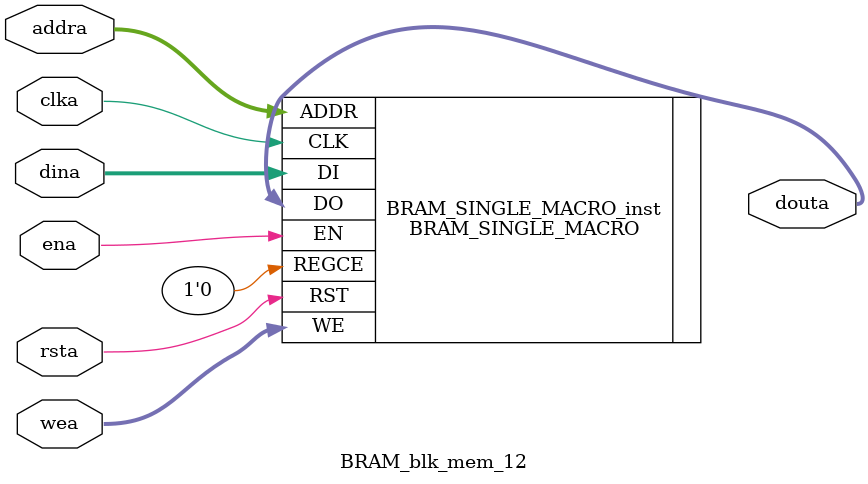
<source format=v>
`timescale 1ns/1ps

module BRAM_blk_mem_12 (
  clka,
  ena,
  wea,
  addra,
  dina,
  douta,
  rsta
);


input wire clka;

input wire ena;

input wire rsta;

input wire [1 : 0] wea;

input wire [9 : 0] addra;

input wire [15 : 0] dina;

output wire [15 : 0] douta;


// BRAM_SINGLE_MACRO : In order to incorporate this function into the design,
//   Verilog   : the following instance declaration needs to be placed
//  instance   : in the body of the design code.  The instance name
// declaration : (BRAM_SINGLE_MACRO_inst) and/or the port declarations within the
//    code     : parenthesis may be changed to properly reference and
//             : connect this function to the design.  All inputs
//             : and outputs must be connected.

//  <-----Cut code below this line---->

   // BRAM_SINGLE_MACRO: Single Port RAM
   //                    Artix-7
   // Xilinx HDL Language Template, version 2016.4
   
   /////////////////////////////////////////////////////////////////////
   //  READ_WIDTH | BRAM_SIZE | READ Depth  | ADDR Width |            //
   // WRITE_WIDTH |           | WRITE Depth |            |  WE Width  //
   // ============|===========|=============|============|============//
   //    37-72    |  "36Kb"   |      512    |    9-bit   |    8-bit   //
   //    19-36    |  "36Kb"   |     1024    |   10-bit   |    4-bit   //
   //    19-36    |  "18Kb"   |      512    |    9-bit   |    4-bit   //
   //    10-18    |  "36Kb"   |     2048    |   11-bit   |    2-bit   //
   //    10-18    |  "18Kb"   |     1024    |   10-bit   |    2-bit   //
   //     5-9     |  "36Kb"   |     4096    |   12-bit   |    1-bit   //
   //     5-9     |  "18Kb"   |     2048    |   11-bit   |    1-bit   //
   //     3-4     |  "36Kb"   |     8192    |   13-bit   |    1-bit   //
   //     3-4     |  "18Kb"   |     4096    |   12-bit   |    1-bit   //
   //       2     |  "36Kb"   |    16384    |   14-bit   |    1-bit   //
   //       2     |  "18Kb"   |     8192    |   13-bit   |    1-bit   //
   //       1     |  "36Kb"   |    32768    |   15-bit   |    1-bit   //
   //       1     |  "18Kb"   |    16384    |   14-bit   |    1-bit   //
   /////////////////////////////////////////////////////////////////////

   BRAM_SINGLE_MACRO #(
      .BRAM_SIZE("18Kb"), // Target BRAM, "18Kb" or "36Kb" 
      .DEVICE("7SERIES"), // Target Device: "7SERIES" 
      .DO_REG(0), // Optional output register (0 or 1)
      .INIT(36'h000000000), // Initial values on output port
      .INIT_FILE ("weight_12.mem"),
      .WRITE_WIDTH(16), // Valid values are 1-72 (37-72 only valid when BRAM_SIZE="36Kb")
      .READ_WIDTH(16),  // Valid values are 1-72 (37-72 only valid when BRAM_SIZE="36Kb")
      .SRVAL(36'h000000000), // Set/Reset value for port output
      .WRITE_MODE("WRITE_FIRST"), // "WRITE_FIRST", "READ_FIRST", or "NO_CHANGE" 
      .INIT_00(256'h0000000000000000000000000000000000000000000000000000000000000000),
      .INIT_01(256'h0000000000000000000000000000000000000000000000000000000000000000),
      .INIT_02(256'h0000000000000000000000000000000000000000000000000000000000000000),
      .INIT_03(256'h0000000000000000000000000000000000000000000000000000000000000000),
      .INIT_04(256'h0000000000000000000000000000000000000000000000000000000000000000),
      .INIT_05(256'h0000000000000000000000000000000000000000000000000000000000000000),
      .INIT_06(256'h0000000000000000000000000000000000000000000000000000000000000000),
      .INIT_07(256'h0000000000000000000000000000000000000000000000000000000000000000),
      .INIT_08(256'h0000000000000000000000000000000000000000000000000000000000000000),
      .INIT_09(256'h0000000000000000000000000000000000000000000000000000000000000000),
      .INIT_0A(256'h0000000000000000000000000000000000000000000000000000000000000000),
      .INIT_0B(256'h0000000000000000000000000000000000000000000000000000000000000000),
      .INIT_0C(256'h0000000000000000000000000000000000000000000000000000000000000000),
      .INIT_0D(256'h0000000000000000000000000000000000000000000000000000000000000000),
      .INIT_0E(256'h0000000000000000000000000000000000000000000000000000000000000000),
      .INIT_0F(256'h0000000000000000000000000000000000000000000000000000000000000000),
      .INIT_10(256'h0000000000000000000000000000000000000000000000000000000000000000),
      .INIT_11(256'h0000000000000000000000000000000000000000000000000000000000000000),
      .INIT_12(256'h0000000000000000000000000000000000000000000000000000000000000000),
      .INIT_13(256'h0000000000000000000000000000000000000000000000000000000000000000),
      .INIT_14(256'h0000000000000000000000000000000000000000000000000000000000000000),
      .INIT_15(256'h0000000000000000000000000000000000000000000000000000000000000000),
      .INIT_16(256'h0000000000000000000000000000000000000000000000000000000000000000),
      .INIT_17(256'h0000000000000000000000000000000000000000000000000000000000000000),
      .INIT_18(256'h0000000000000000000000000000000000000000000000000000000000000000),
      .INIT_19(256'h0000000000000000000000000000000000000000000000000000000000000000),
      .INIT_1A(256'h0000000000000000000000000000000000000000000000000000000000000000),
      .INIT_1B(256'h0000000000000000000000000000000000000000000000000000000000000000),
      .INIT_1C(256'h0000000000000000000000000000000000000000000000000000000000000000),
      .INIT_1D(256'h0000000000000000000000000000000000000000000000000000000000000000),
      .INIT_1E(256'h0000000000000000000000000000000000000000000000000000000000000000),
      .INIT_1F(256'h0000000000000000000000000000000000000000000000000000000000000000),
      .INIT_20(256'h0000000000000000000000000000000000000000000000000000000000000000),
      .INIT_21(256'h0000000000000000000000000000000000000000000000000000000000000000),
      .INIT_22(256'h0000000000000000000000000000000000000000000000000000000000000000),
      .INIT_23(256'h0000000000000000000000000000000000000000000000000000000000000000),
      .INIT_24(256'h0000000000000000000000000000000000000000000000000000000000000000),
      .INIT_25(256'h0000000000000000000000000000000000000000000000000000000000000000),
      .INIT_26(256'h0000000000000000000000000000000000000000000000000000000000000000),
      .INIT_27(256'h0000000000000000000000000000000000000000000000000000000000000000),
      .INIT_28(256'h0000000000000000000000000000000000000000000000000000000000000000),
      .INIT_29(256'h0000000000000000000000000000000000000000000000000000000000000000),
      .INIT_2A(256'h0000000000000000000000000000000000000000000000000000000000000000),
      .INIT_2B(256'h0000000000000000000000000000000000000000000000000000000000000000),
      .INIT_2C(256'h0000000000000000000000000000000000000000000000000000000000000000),
      .INIT_2D(256'h0000000000000000000000000000000000000000000000000000000000000000),
      .INIT_2E(256'h0000000000000000000000000000000000000000000000000000000000000000),
      .INIT_2F(256'h0000000000000000000000000000000000000000000000000000000000000000),
      .INIT_30(256'h0000000000000000000000000000000000000000000000000000000000000000),
      .INIT_31(256'h0000000000000000000000000000000000000000000000000000000000000000),
      .INIT_32(256'h0000000000000000000000000000000000000000000000000000000000000000),
      .INIT_33(256'h0000000000000000000000000000000000000000000000000000000000000000),
      .INIT_34(256'h0000000000000000000000000000000000000000000000000000000000000000),
      .INIT_35(256'h0000000000000000000000000000000000000000000000000000000000000000),
      .INIT_36(256'h0000000000000000000000000000000000000000000000000000000000000000),
      .INIT_37(256'h0000000000000000000000000000000000000000000000000000000000000000),
      .INIT_38(256'h0000000000000000000000000000000000000000000000000000000000000000),
      .INIT_39(256'h0000000000000000000000000000000000000000000000000000000000000000),
      .INIT_3A(256'h0000000000000000000000000000000000000000000000000000000000000000),
      .INIT_3B(256'h0000000000000000000000000000000000000000000000000000000000000000),
      .INIT_3C(256'h0000000000000000000000000000000000000000000000000000000000000000),
      .INIT_3D(256'h0000000000000000000000000000000000000000000000000000000000000000),
      .INIT_3E(256'h0000000000000000000000000000000000000000000000000000000000000000),
      .INIT_3F(256'h0000000000000000000000000000000000000000000000000000000000000000),
      
      // The next set of INIT_xx are valid when configured as 36Kb
      .INIT_40(256'h0000000000000000000000000000000000000000000000000000000000000000),
      .INIT_41(256'h0000000000000000000000000000000000000000000000000000000000000000),
      .INIT_42(256'h0000000000000000000000000000000000000000000000000000000000000000),
      .INIT_43(256'h0000000000000000000000000000000000000000000000000000000000000000),
      .INIT_44(256'h0000000000000000000000000000000000000000000000000000000000000000),
      .INIT_45(256'h0000000000000000000000000000000000000000000000000000000000000000),
      .INIT_46(256'h0000000000000000000000000000000000000000000000000000000000000000),
      .INIT_47(256'h0000000000000000000000000000000000000000000000000000000000000000),
      .INIT_48(256'h0000000000000000000000000000000000000000000000000000000000000000),
      .INIT_49(256'h0000000000000000000000000000000000000000000000000000000000000000),
      .INIT_4A(256'h0000000000000000000000000000000000000000000000000000000000000000),
      .INIT_4B(256'h0000000000000000000000000000000000000000000000000000000000000000),
      .INIT_4C(256'h0000000000000000000000000000000000000000000000000000000000000000),
      .INIT_4D(256'h0000000000000000000000000000000000000000000000000000000000000000),
      .INIT_4E(256'h0000000000000000000000000000000000000000000000000000000000000000),
      .INIT_4F(256'h0000000000000000000000000000000000000000000000000000000000000000),
      .INIT_50(256'h0000000000000000000000000000000000000000000000000000000000000000),
      .INIT_51(256'h0000000000000000000000000000000000000000000000000000000000000000),
      .INIT_52(256'h0000000000000000000000000000000000000000000000000000000000000000),
      .INIT_53(256'h0000000000000000000000000000000000000000000000000000000000000000),
      .INIT_54(256'h0000000000000000000000000000000000000000000000000000000000000000),
      .INIT_55(256'h0000000000000000000000000000000000000000000000000000000000000000),
      .INIT_56(256'h0000000000000000000000000000000000000000000000000000000000000000),
      .INIT_57(256'h0000000000000000000000000000000000000000000000000000000000000000),
      .INIT_58(256'h0000000000000000000000000000000000000000000000000000000000000000),
      .INIT_59(256'h0000000000000000000000000000000000000000000000000000000000000000),
      .INIT_5A(256'h0000000000000000000000000000000000000000000000000000000000000000),
      .INIT_5B(256'h0000000000000000000000000000000000000000000000000000000000000000),
      .INIT_5C(256'h0000000000000000000000000000000000000000000000000000000000000000),
      .INIT_5D(256'h0000000000000000000000000000000000000000000000000000000000000000),
      .INIT_5E(256'h0000000000000000000000000000000000000000000000000000000000000000),
      .INIT_5F(256'h0000000000000000000000000000000000000000000000000000000000000000),
      .INIT_60(256'h0000000000000000000000000000000000000000000000000000000000000000),
      .INIT_61(256'h0000000000000000000000000000000000000000000000000000000000000000),
      .INIT_62(256'h0000000000000000000000000000000000000000000000000000000000000000),
      .INIT_63(256'h0000000000000000000000000000000000000000000000000000000000000000),
      .INIT_64(256'h0000000000000000000000000000000000000000000000000000000000000000),
      .INIT_65(256'h0000000000000000000000000000000000000000000000000000000000000000),
      .INIT_66(256'h0000000000000000000000000000000000000000000000000000000000000000),
      .INIT_67(256'h0000000000000000000000000000000000000000000000000000000000000000),
      .INIT_68(256'h0000000000000000000000000000000000000000000000000000000000000000),
      .INIT_69(256'h0000000000000000000000000000000000000000000000000000000000000000),
      .INIT_6A(256'h0000000000000000000000000000000000000000000000000000000000000000),
      .INIT_6B(256'h0000000000000000000000000000000000000000000000000000000000000000),
      .INIT_6C(256'h0000000000000000000000000000000000000000000000000000000000000000),
      .INIT_6D(256'h0000000000000000000000000000000000000000000000000000000000000000),
      .INIT_6E(256'h0000000000000000000000000000000000000000000000000000000000000000),
      .INIT_6F(256'h0000000000000000000000000000000000000000000000000000000000000000),
      .INIT_70(256'h0000000000000000000000000000000000000000000000000000000000000000),
      .INIT_71(256'h0000000000000000000000000000000000000000000000000000000000000000),
      .INIT_72(256'h0000000000000000000000000000000000000000000000000000000000000000),
      .INIT_73(256'h0000000000000000000000000000000000000000000000000000000000000000),
      .INIT_74(256'h0000000000000000000000000000000000000000000000000000000000000000),
      .INIT_75(256'h0000000000000000000000000000000000000000000000000000000000000000),
      .INIT_76(256'h0000000000000000000000000000000000000000000000000000000000000000),
      .INIT_77(256'h0000000000000000000000000000000000000000000000000000000000000000),
      .INIT_78(256'h0000000000000000000000000000000000000000000000000000000000000000),
      .INIT_79(256'h0000000000000000000000000000000000000000000000000000000000000000),
      .INIT_7A(256'h0000000000000000000000000000000000000000000000000000000000000000),
      .INIT_7B(256'h0000000000000000000000000000000000000000000000000000000000000000),
      .INIT_7C(256'h0000000000000000000000000000000000000000000000000000000000000000),
      .INIT_7D(256'h0000000000000000000000000000000000000000000000000000000000000000),
      .INIT_7E(256'h0000000000000000000000000000000000000000000000000000000000000000),
      .INIT_7F(256'h0000000000000000000000000000000000000000000000000000000000000000),
      
      // The next set of INITP_xx are for the parity bits
      .INITP_00(256'h0000000000000000000000000000000000000000000000000000000000000000),
      .INITP_01(256'h0000000000000000000000000000000000000000000000000000000000000000),
      .INITP_02(256'h0000000000000000000000000000000000000000000000000000000000000000),
      .INITP_03(256'h0000000000000000000000000000000000000000000000000000000000000000),
      .INITP_04(256'h0000000000000000000000000000000000000000000000000000000000000000),
      .INITP_05(256'h0000000000000000000000000000000000000000000000000000000000000000),
      .INITP_06(256'h0000000000000000000000000000000000000000000000000000000000000000),
      .INITP_07(256'h0000000000000000000000000000000000000000000000000000000000000000),
      
      // The next set of INIT_xx are valid when configured as 36Kb
      .INITP_08(256'h0000000000000000000000000000000000000000000000000000000000000000),
      .INITP_09(256'h0000000000000000000000000000000000000000000000000000000000000000),
      .INITP_0A(256'h0000000000000000000000000000000000000000000000000000000000000000),
      .INITP_0B(256'h0000000000000000000000000000000000000000000000000000000000000000),
      .INITP_0C(256'h0000000000000000000000000000000000000000000000000000000000000000),
      .INITP_0D(256'h0000000000000000000000000000000000000000000000000000000000000000),
      .INITP_0E(256'h0000000000000000000000000000000000000000000000000000000000000000),
      .INITP_0F(256'h0000000000000000000000000000000000000000000000000000000000000000)
   ) BRAM_SINGLE_MACRO_inst (
      .DO(douta),       // Output data, width defined by READ_WIDTH parameter
      .ADDR(addra),   // Input address, width defined by read/write port depth
      .CLK(clka),     // 1-bit input clock
      .DI(dina),       // Input data port, width defined by WRITE_WIDTH parameter
      .EN(ena),       // 1-bit input RAM enable
      .REGCE(1'D0), // 1-bit input output register enable
      .RST(rsta),     // 1-bit input reset
      .WE(wea)        // Input write enable, width defined by write port depth
   );

   // End of BRAM_SINGLE_MACRO_inst instantiation
				
				
				
  
endmodule

</source>
